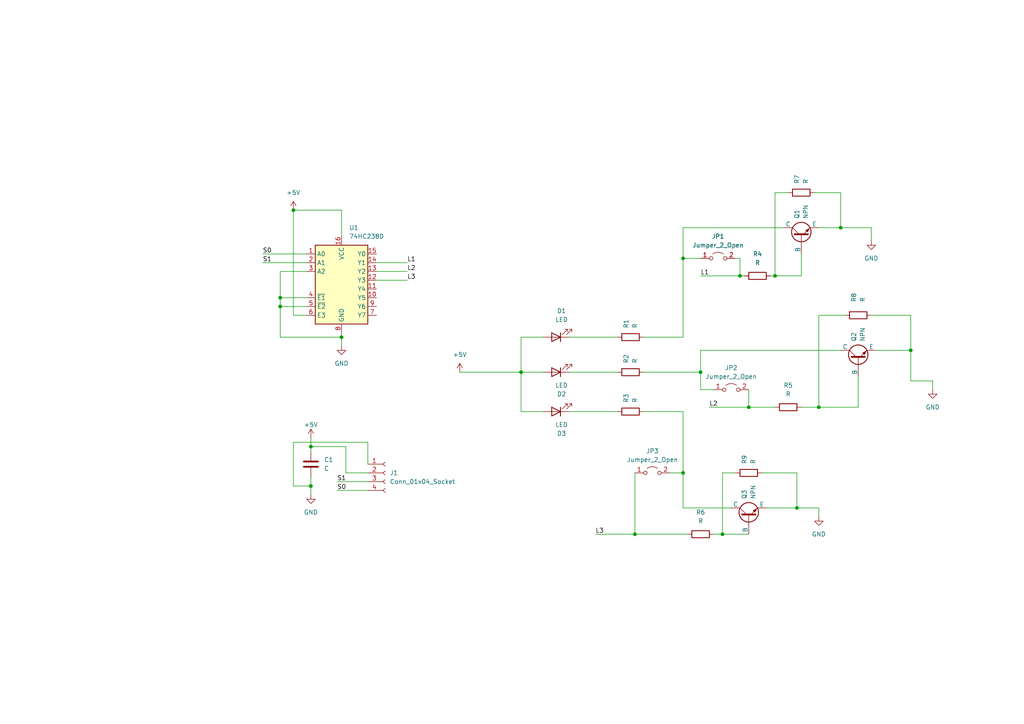
<source format=kicad_sch>
(kicad_sch (version 20230121) (generator eeschema)
  (paper "A4")
  (lib_symbols
    (symbol "74xx:74HC238"
      (property "Reference" "U" (at -7.62 13.97 0))
      (property "Value" "74HC238" (at 2.54 -11.43 0))
      (symbol "74HC238_0_1"
        (rectangle (start -7.62 12.7) (end 7.62 -10.16) (stroke (width 0.254)) (fill (type background)))
      )
      (symbol "74HC238_1_1"
        (pin input line (at -10.16 10.16 0) (length 2.54) (name "A0") (number "1"))
        (pin output line (at 10.16 -2.54 180) (length 2.54) (name "Y5") (number "10"))
        (pin output line (at 10.16 0 180) (length 2.54) (name "Y4") (number "11"))
        (pin output line (at 10.16 2.54 180) (length 2.54) (name "Y3") (number "12"))
        (pin output line (at 10.16 5.08 180) (length 2.54) (name "Y2") (number "13"))
        (pin output line (at 10.16 7.62 180) (length 2.54) (name "Y1") (number "14"))
        (pin output line (at 10.16 10.16 180) (length 2.54) (name "Y0") (number "15"))
        (pin power_in line (at 0 15.24 270) (length 2.54) (name "VCC") (number "16"))
        (pin input line (at -10.16 7.62 0) (length 2.54) (name "A1") (number "2"))
        (pin input line (at -10.16 5.08 0) (length 2.54) (name "A2") (number "3"))
        (pin input line (at -10.16 -2.54 0) (length 2.54) (name "~{E1}") (number "4"))
        (pin input line (at -10.16 -5.08 0) (length 2.54) (name "~{E2}") (number "5"))
        (pin input line (at -10.16 -7.62 0) (length 2.54) (name "E3") (number "6"))
        (pin output line (at 10.16 -7.62 180) (length 2.54) (name "Y7") (number "7"))
        (pin power_in line (at 0 -12.7 90) (length 2.54) (name "GND") (number "8"))
        (pin output line (at 10.16 -5.08 180) (length 2.54) (name "Y6") (number "9"))
      )
    )
    (symbol "Connector:Conn_01x04_Socket" (pin_names (offset 1.016) hide)
      (property "Reference" "J" (at 0 5.08 0))
      (property "Value" "Conn_01x04_Socket" (at 0 -7.62 0))
      (symbol "Conn_01x04_Socket_1_1"
        (arc (start 0 -4.572) (mid -0.5058 -5.08) (end 0 -5.588) (stroke (width 0.1524)))
        (arc (start 0 -2.032) (mid -0.5058 -2.54) (end 0 -3.048) (stroke (width 0.1524)))
        (polyline (pts (xy -1.27 -5.08) (xy -0.508 -5.08)) (stroke (width 0.1524)))
        (polyline (pts (xy -1.27 -2.54) (xy -0.508 -2.54)) (stroke (width 0.1524)))
        (polyline (pts (xy -1.27 0) (xy -0.508 0)) (stroke (width 0.1524)))
        (polyline (pts (xy -1.27 2.54) (xy -0.508 2.54)) (stroke (width 0.1524)))
        (arc (start 0 0.508) (mid -0.5058 0) (end 0 -0.508) (stroke (width 0.1524)))
        (arc (start 0 3.048) (mid -0.5058 2.54) (end 0 2.032) (stroke (width 0.1524)))
        (pin passive line (at -5.08 2.54 0) (length 3.81) (name "Pin_1") (number "1"))
        (pin passive line (at -5.08 0 0) (length 3.81) (name "Pin_2") (number "2"))
        (pin passive line (at -5.08 -2.54 0) (length 3.81) (name "Pin_3") (number "3"))
        (pin passive line (at -5.08 -5.08 0) (length 3.81) (name "Pin_4") (number "4"))
      )
    )
    (symbol "Device:C" (pin_numbers hide) (pin_names (offset 0.254))
      (property "Reference" "C" (at 0.635 2.54 0))
      (property "Value" "C" (at 0.635 -2.54 0))
      (symbol "C_0_1"
        (polyline (pts (xy -2.032 -0.762) (xy 2.032 -0.762)) (stroke (width 0.508)))
        (polyline (pts (xy -2.032 0.762) (xy 2.032 0.762)) (stroke (width 0.508)))
      )
      (symbol "C_1_1"
        (pin passive line (at 0 3.81 270) (length 2.794) (name "~") (number "1"))
        (pin passive line (at 0 -3.81 90) (length 2.794) (name "~") (number "2"))
      )
    )
    (symbol "Device:LED" (pin_numbers hide) (pin_names (offset 1.016) hide)
      (property "Reference" "D" (at 0 2.54 0))
      (property "Value" "LED" (at 0 -2.54 0))
      (symbol "LED_0_1"
        (polyline (pts (xy -1.27 -1.27) (xy -1.27 1.27)) (stroke (width 0.254)))
        (polyline (pts (xy -1.27 0) (xy 1.27 0)))
        (polyline (pts (xy 1.27 -1.27) (xy 1.27 1.27) (xy -1.27 0) (xy 1.27 -1.27)) (stroke (width 0.254)))
        (polyline (pts (xy -3.048 -0.762) (xy -4.572 -2.286) (xy -3.81 -2.286) (xy -4.572 -2.286) (xy -4.572 -1.524)))
        (polyline (pts (xy -1.778 -0.762) (xy -3.302 -2.286) (xy -2.54 -2.286) (xy -3.302 -2.286) (xy -3.302 -1.524)))
      )
      (symbol "LED_1_1"
        (pin passive line (at -3.81 0 0) (length 2.54) (name "K") (number "1"))
        (pin passive line (at 3.81 0 180) (length 2.54) (name "A") (number "2"))
      )
    )
    (symbol "Device:R" (pin_numbers hide) (pin_names (offset 0))
      (property "Reference" "R" (at 2.032 0 90))
      (property "Value" "R" (at 0 0 90))
      (symbol "R_0_1"
        (rectangle (start -1.016 -2.54) (end 1.016 2.54) (stroke (width 0.254)))
      )
      (symbol "R_1_1"
        (pin passive line (at 0 3.81 270) (length 1.27) (name "~") (number "1"))
        (pin passive line (at 0 -3.81 90) (length 1.27) (name "~") (number "2"))
      )
    )
    (symbol "Jumper:Jumper_2_Open" (pin_names (offset 0) hide)
      (property "Reference" "JP" (at 0 2.794 0))
      (property "Value" "Jumper_2_Open" (at 0 -2.286 0))
      (symbol "Jumper_2_Open_0_0"
        (circle (center -2.032 0) (radius 0.508))
        (circle (center 2.032 0) (radius 0.508))
      )
      (symbol "Jumper_2_Open_0_1"
        (arc (start 1.524 1.27) (mid 0 1.778) (end -1.524 1.27))
      )
      (symbol "Jumper_2_Open_1_1"
        (pin passive line (at -5.08 0 0) (length 2.54) (name "A") (number "1"))
        (pin passive line (at 5.08 0 180) (length 2.54) (name "B") (number "2"))
      )
    )
    (symbol "Simulation_SPICE:NPN" (pin_numbers hide) (pin_names (offset 0))
      (property "Reference" "Q" (at -2.54 7.62 0))
      (property "Value" "NPN" (at -2.54 5.08 0))
      (symbol "NPN_0_1"
        (polyline (pts (xy -2.54 0) (xy 0.635 0)) (stroke (width 0.1524)))
        (polyline (pts (xy 0.635 0.635) (xy 2.54 2.54)))
        (polyline (pts (xy 2.794 -1.27) (xy 2.794 -1.27)) (stroke (width 0.1524)))
        (polyline (pts (xy 2.794 -1.27) (xy 2.794 -1.27)) (stroke (width 0.1524)))
        (polyline (pts (xy 0.635 -0.635) (xy 2.54 -2.54) (xy 2.54 -2.54)))
        (polyline (pts (xy 0.635 1.905) (xy 0.635 -1.905) (xy 0.635 -1.905)) (stroke (width 0.508)))
        (polyline (pts (xy 1.27 -1.778) (xy 1.778 -1.27) (xy 2.286 -2.286) (xy 1.27 -1.778) (xy 1.27 -1.778)) (fill (type outline)))
        (circle (center 1.27 0) (radius 2.8194) (stroke (width 0.254)))
      )
      (symbol "NPN_1_1"
        (pin open_collector line (at 2.54 5.08 270) (length 2.54) (name "C") (number "1"))
        (pin input line (at -5.08 0 0) (length 2.54) (name "B") (number "2"))
        (pin open_emitter line (at 2.54 -5.08 90) (length 2.54) (name "E") (number "3"))
      )
    )
    (symbol "power:+5V" (power) (pin_names (offset 0))
      (property "Value" "+5V" (at 0 3.556 0))
      (symbol "+5V_0_1"
        (polyline (pts (xy -0.762 1.27) (xy 0 2.54)))
        (polyline (pts (xy 0 0) (xy 0 2.54)))
        (polyline (pts (xy 0 2.54) (xy 0.762 1.27)))
      )
      (symbol "+5V_1_1"
        (pin power_in line (at 0 0 90) (length 0) hide (name "+5V") (number "1"))
      )
    )
    (symbol "power:GND" (power) (pin_names (offset 0))
      (property "Value" "GND" (at 0 -3.81 0))
      (symbol "GND_0_1"
        (polyline (pts (xy 0 0) (xy 0 -1.27) (xy 1.27 -1.27) (xy 0 -2.54) (xy -1.27 -1.27) (xy 0 -1.27)))
      )
      (symbol "GND_1_1"
        (pin power_in line (at 0 0 270) (length 0) hide (name "GND") (number "1"))
      )
    )
  )
  (junction (at 224.79 80.01))
  (junction (at 81.28 86.36))
  (junction (at 209.55 154.94))
  (junction (at 90.17 129.54))
  (junction (at 151.13 107.95))
  (junction (at 198.12 74.93))
  (junction (at 264.16 101.6))
  (junction (at 85.09 60.96))
  (junction (at 198.12 137.16))
  (junction (at 90.17 140.97))
  (junction (at 99.06 97.79))
  (junction (at 237.49 118.11))
  (junction (at 243.84 66.04))
  (junction (at 217.17 118.11))
  (junction (at 81.28 88.9))
  (junction (at 203.2 107.95))
  (junction (at 231.14 147.32))
  (junction (at 214.63 80.01))
  (junction (at 184.15 154.94))
  (wire (pts (xy 99.06 68.58) (xy 99.06 60.96)))
  (wire (pts (xy 81.28 97.79) (xy 99.06 97.79)))
  (wire (pts (xy 237.49 91.44) (xy 237.49 118.11)))
  (wire (pts (xy 81.28 88.9) (xy 88.9 88.9)))
  (wire (pts (xy 186.69 119.38) (xy 198.12 119.38)))
  (wire (pts (xy 172.72 154.94) (xy 184.15 154.94)))
  (wire (pts (xy 90.17 140.97) (xy 90.17 143.51)))
  (wire (pts (xy 228.6 55.88) (xy 224.79 55.88)))
  (wire (pts (xy 88.9 91.44) (xy 85.09 91.44)))
  (wire (pts (xy 106.68 134.62) (xy 106.68 128.27)))
  (wire (pts (xy 245.11 91.44) (xy 237.49 91.44)))
  (wire (pts (xy 151.13 97.79) (xy 151.13 107.95)))
  (wire (pts (xy 100.33 129.54) (xy 90.17 129.54)))
  (wire (pts (xy 203.2 101.6) (xy 243.84 101.6)))
  (wire (pts (xy 97.79 142.24) (xy 106.68 142.24)))
  (wire (pts (xy 157.48 97.79) (xy 151.13 97.79)))
  (wire (pts (xy 217.17 113.03) (xy 217.17 118.11)))
  (wire (pts (xy 203.2 80.01) (xy 214.63 80.01)))
  (wire (pts (xy 217.17 118.11) (xy 224.79 118.11)))
  (wire (pts (xy 100.33 137.16) (xy 100.33 129.54)))
  (wire (pts (xy 165.1 107.95) (xy 179.07 107.95)))
  (wire (pts (xy 198.12 119.38) (xy 198.12 137.16)))
  (wire (pts (xy 207.01 113.03) (xy 203.2 113.03)))
  (wire (pts (xy 157.48 119.38) (xy 151.13 119.38)))
  (wire (pts (xy 209.55 137.16) (xy 209.55 154.94)))
  (wire (pts (xy 88.9 86.36) (xy 81.28 86.36)))
  (wire (pts (xy 90.17 127) (xy 90.17 129.54)))
  (wire (pts (xy 151.13 119.38) (xy 151.13 107.95)))
  (wire (pts (xy 106.68 128.27) (xy 85.09 128.27)))
  (wire (pts (xy 165.1 119.38) (xy 179.07 119.38)))
  (wire (pts (xy 85.09 140.97) (xy 90.17 140.97)))
  (wire (pts (xy 109.22 81.28) (xy 118.11 81.28)))
  (wire (pts (xy 109.22 78.74) (xy 118.11 78.74)))
  (wire (pts (xy 232.41 80.01) (xy 224.79 80.01)))
  (wire (pts (xy 213.36 137.16) (xy 209.55 137.16)))
  (wire (pts (xy 81.28 88.9) (xy 81.28 97.79)))
  (wire (pts (xy 224.79 80.01) (xy 223.52 80.01)))
  (wire (pts (xy 237.49 66.04) (xy 243.84 66.04)))
  (wire (pts (xy 184.15 154.94) (xy 199.39 154.94)))
  (wire (pts (xy 99.06 60.96) (xy 85.09 60.96)))
  (wire (pts (xy 207.01 154.94) (xy 209.55 154.94)))
  (wire (pts (xy 222.25 147.32) (xy 231.14 147.32)))
  (wire (pts (xy 214.63 80.01) (xy 215.9 80.01)))
  (wire (pts (xy 237.49 118.11) (xy 232.41 118.11)))
  (wire (pts (xy 198.12 74.93) (xy 198.12 97.79)))
  (wire (pts (xy 252.73 66.04) (xy 252.73 69.85)))
  (wire (pts (xy 88.9 78.74) (xy 81.28 78.74)))
  (wire (pts (xy 252.73 91.44) (xy 264.16 91.44)))
  (wire (pts (xy 99.06 96.52) (xy 99.06 97.79)))
  (wire (pts (xy 264.16 91.44) (xy 264.16 101.6)))
  (wire (pts (xy 198.12 66.04) (xy 227.33 66.04)))
  (wire (pts (xy 243.84 66.04) (xy 252.73 66.04)))
  (wire (pts (xy 198.12 137.16) (xy 198.12 147.32)))
  (wire (pts (xy 214.63 74.93) (xy 214.63 80.01)))
  (wire (pts (xy 248.92 109.22) (xy 248.92 118.11)))
  (wire (pts (xy 205.74 118.11) (xy 217.17 118.11)))
  (wire (pts (xy 151.13 107.95) (xy 157.48 107.95)))
  (wire (pts (xy 99.06 97.79) (xy 99.06 100.33)))
  (wire (pts (xy 184.15 137.16) (xy 184.15 154.94)))
  (wire (pts (xy 165.1 97.79) (xy 179.07 97.79)))
  (wire (pts (xy 231.14 147.32) (xy 237.49 147.32)))
  (wire (pts (xy 106.68 137.16) (xy 100.33 137.16)))
  (wire (pts (xy 236.22 55.88) (xy 243.84 55.88)))
  (wire (pts (xy 109.22 76.2) (xy 118.11 76.2)))
  (wire (pts (xy 232.41 80.01) (xy 232.41 73.66)))
  (wire (pts (xy 264.16 110.49) (xy 270.51 110.49)))
  (wire (pts (xy 203.2 113.03) (xy 203.2 107.95)))
  (wire (pts (xy 203.2 101.6) (xy 203.2 107.95)))
  (wire (pts (xy 194.31 137.16) (xy 198.12 137.16)))
  (wire (pts (xy 243.84 55.88) (xy 243.84 66.04)))
  (wire (pts (xy 76.2 76.2) (xy 88.9 76.2)))
  (wire (pts (xy 270.51 110.49) (xy 270.51 113.03)))
  (wire (pts (xy 133.35 107.95) (xy 151.13 107.95)))
  (wire (pts (xy 90.17 129.54) (xy 90.17 130.81)))
  (wire (pts (xy 81.28 86.36) (xy 81.28 88.9)))
  (wire (pts (xy 254 101.6) (xy 264.16 101.6)))
  (wire (pts (xy 248.92 118.11) (xy 237.49 118.11)))
  (wire (pts (xy 81.28 78.74) (xy 81.28 86.36)))
  (wire (pts (xy 231.14 137.16) (xy 231.14 147.32)))
  (wire (pts (xy 198.12 74.93) (xy 203.2 74.93)))
  (wire (pts (xy 85.09 128.27) (xy 85.09 140.97)))
  (wire (pts (xy 198.12 147.32) (xy 212.09 147.32)))
  (wire (pts (xy 198.12 97.79) (xy 186.69 97.79)))
  (wire (pts (xy 209.55 154.94) (xy 217.17 154.94)))
  (wire (pts (xy 220.98 137.16) (xy 231.14 137.16)))
  (wire (pts (xy 186.69 107.95) (xy 203.2 107.95)))
  (wire (pts (xy 237.49 147.32) (xy 237.49 149.86)))
  (wire (pts (xy 213.36 74.93) (xy 214.63 74.93)))
  (wire (pts (xy 198.12 66.04) (xy 198.12 74.93)))
  (wire (pts (xy 97.79 139.7) (xy 106.68 139.7)))
  (wire (pts (xy 85.09 91.44) (xy 85.09 60.96)))
  (wire (pts (xy 264.16 101.6) (xy 264.16 110.49)))
  (wire (pts (xy 76.2 73.66) (xy 88.9 73.66)))
  (wire (pts (xy 224.79 55.88) (xy 224.79 80.01)))
  (wire (pts (xy 90.17 138.43) (xy 90.17 140.97)))
  (label "S0" (at 76.2 73.66 0))
  (label "S0" (at 97.79 142.24 0))
  (label "S1" (at 97.79 139.7 0))
  (label "L1" (at 203.2 80.01 0))
  (label "L2" (at 118.11 78.74 0))
  (label "L2" (at 205.74 118.11 0))
  (label "L1" (at 118.11 76.2 0))
  (label "L3" (at 118.11 81.28 0))
  (label "S1" (at 76.2 76.2 0))
  (label "L3" (at 172.72 154.94 0))
  (symbol (lib_id "Device:C") (at 90.17 134.62 0) (unit 1)
    (property "Reference" "C1" (at 93.98 133.35 0) (effects (justify left)))
    (property "Value" "C" (at 93.98 135.89 0) (effects (justify left)))
    (property "Footprint" "Capacitor_SMD:C_0805_2012Metric" (effects hide))
  )
  (symbol (lib_id "power:GND") (at 99.06 100.33 0) (unit 1)
    (property "Reference" "#PWR04" (effects hide))
    (property "Value" "GND" (at 99.06 105.41 0))
  )
  (symbol (lib_id "Simulation_SPICE:NPN") (at 248.92 104.14 90) (unit 1)
    (property "Reference" "Q2" (at 247.65 99.06 0) (effects (justify left)))
    (property "Value" "NPN" (at 250.19 99.06 0) (effects (justify left)))
    (property "Footprint" "Package_TO_SOT_SMD:SOT-23-3" (effects hide))
    (property "Sim.Device" "NPN" (effects hide))
    (property "Sim.Type" "GUMMELPOON" (effects hide))
    (property "Sim.Pins" "1=C 2=B 3=E" (effects hide))
  )
  (symbol (lib_id "Device:R") (at 219.71 80.01 90) (unit 1)
    (property "Reference" "R4" (at 219.71 73.66 90))
    (property "Value" "R" (at 219.71 76.2 90))
    (property "Footprint" "Resistor_SMD:R_0603_1608Metric" (effects hide))
  )
  (symbol (lib_id "Device:LED") (at 161.29 107.95 180) (unit 1)
    (property "Reference" "D2" (at 162.8775 114.3 0))
    (property "Value" "LED" (at 162.8775 111.76 0))
    (property "Footprint" "LED_THT:LED_D10.0mm" (effects hide))
  )
  (symbol (lib_id "Simulation_SPICE:NPN") (at 232.41 68.58 90) (unit 1)
    (property "Reference" "Q1" (at 231.14 63.5 0) (effects (justify left)))
    (property "Value" "NPN" (at 233.68 63.5 0) (effects (justify left)))
    (property "Footprint" "Package_TO_SOT_SMD:SOT-23-3" (effects hide))
    (property "Sim.Device" "NPN" (effects hide))
    (property "Sim.Type" "GUMMELPOON" (effects hide))
    (property "Sim.Pins" "1=C 2=B 3=E" (effects hide))
  )
  (symbol (lib_id "power:GND") (at 270.51 113.03 0) (unit 1)
    (property "Reference" "#PWR07" (effects hide))
    (property "Value" "GND" (at 270.51 118.11 0))
  )
  (symbol (lib_id "Device:R") (at 182.88 119.38 90) (unit 1)
    (property "Reference" "R3" (at 181.61 116.84 0) (effects (justify left)))
    (property "Value" "R" (at 184.15 116.84 0) (effects (justify left)))
    (property "Footprint" "Resistor_SMD:R_0603_1608Metric" (effects hide))
  )
  (symbol (lib_id "74xx:74HC238") (at 99.06 83.82 0) (unit 1)
    (property "Reference" "U1" (at 101.2541 66.04 0) (effects (justify left)))
    (property "Value" "74HC238D" (at 101.2541 68.58 0) (effects (justify left)))
    (property "Footprint" "Package_SO:SOP-16_3.9x9.9mm_P1.27mm" (effects hide))
    (property "Datasheet" "https://www.ti.com/lit/ds/symlink/cd74hc238.pdf" (effects hide))
  )
  (symbol (lib_id "Simulation_SPICE:NPN") (at 217.17 149.86 90) (unit 1)
    (property "Reference" "Q3" (at 215.9 144.78 0) (effects (justify left)))
    (property "Value" "NPN" (at 218.44 144.78 0) (effects (justify left)))
    (property "Footprint" "Package_TO_SOT_SMD:SOT-23-3" (effects hide))
    (property "Sim.Device" "NPN" (effects hide))
    (property "Sim.Type" "GUMMELPOON" (effects hide))
    (property "Sim.Pins" "1=C 2=B 3=E" (effects hide))
  )
  (symbol (lib_id "Connector:Conn_01x04_Socket") (at 111.76 137.16 0) (unit 1)
    (property "Reference" "J1" (at 113.03 137.16 0) (effects (justify left)))
    (property "Value" "Conn_01x04_Socket" (at 113.03 139.7 0) (effects (justify left)))
    (property "Footprint" "Library_Custom:SEEEDSTUDIO_114020164" (effects hide))
  )
  (symbol (lib_id "power:+5V") (at 85.09 60.96 0) (unit 1)
    (property "Reference" "#PWR05" (effects hide))
    (property "Value" "+5V" (at 85.09 55.88 0))
  )
  (symbol (lib_id "Jumper:Jumper_2_Open") (at 212.09 113.03 0) (unit 1)
    (property "Reference" "JP2" (at 212.09 106.68 0))
    (property "Value" "Jumper_2_Open" (at 212.09 109.22 0))
    (property "Footprint" "SofleRGB:Jumper" (effects hide))
  )
  (symbol (lib_id "Device:R") (at 217.17 137.16 90) (unit 1)
    (property "Reference" "R9" (at 215.9 134.62 0) (effects (justify left)))
    (property "Value" "R" (at 218.44 134.62 0) (effects (justify left)))
    (property "Footprint" "Resistor_SMD:R_0603_1608Metric" (effects hide))
  )
  (symbol (lib_id "power:GND") (at 252.73 69.85 0) (unit 1)
    (property "Reference" "#PWR06" (effects hide))
    (property "Value" "GND" (at 252.73 74.93 0))
  )
  (symbol (lib_id "Device:LED") (at 161.29 97.79 180) (unit 1)
    (property "Reference" "D1" (at 162.8775 90.17 0))
    (property "Value" "LED" (at 162.8775 92.71 0))
    (property "Footprint" "LED_THT:LED_D10.0mm" (effects hide))
  )
  (symbol (lib_id "power:GND") (at 237.49 149.86 0) (unit 1)
    (property "Reference" "#PWR08" (effects hide))
    (property "Value" "GND" (at 237.49 154.94 0))
  )
  (symbol (lib_id "Device:R") (at 182.88 107.95 90) (unit 1)
    (property "Reference" "R2" (at 181.61 105.41 0) (effects (justify left)))
    (property "Value" "R" (at 184.15 105.41 0) (effects (justify left)))
    (property "Footprint" "Resistor_SMD:R_0603_1608Metric" (effects hide))
  )
  (symbol (lib_id "power:+5V") (at 133.35 107.95 0) (unit 1)
    (property "Reference" "#PWR03" (effects hide))
    (property "Value" "+5V" (at 133.35 102.87 0))
  )
  (symbol (lib_id "Device:R") (at 203.2 154.94 90) (unit 1)
    (property "Reference" "R6" (at 203.2 148.59 90))
    (property "Value" "R" (at 203.2 151.13 90))
    (property "Footprint" "Resistor_SMD:R_0603_1608Metric" (effects hide))
  )
  (symbol (lib_id "Jumper:Jumper_2_Open") (at 189.23 137.16 0) (unit 1)
    (property "Reference" "JP3" (at 189.23 130.81 0))
    (property "Value" "Jumper_2_Open" (at 189.23 133.35 0))
    (property "Footprint" "SofleRGB:Jumper" (effects hide))
  )
  (symbol (lib_id "Device:R") (at 232.41 55.88 90) (unit 1)
    (property "Reference" "R7" (at 231.14 53.34 0) (effects (justify left)))
    (property "Value" "R" (at 233.68 53.34 0) (effects (justify left)))
    (property "Footprint" "Resistor_SMD:R_0603_1608Metric" (effects hide))
  )
  (symbol (lib_id "Device:R") (at 248.92 91.44 90) (unit 1)
    (property "Reference" "R8" (at 247.65 87.63 0) (effects (justify left)))
    (property "Value" "R" (at 250.19 87.63 0) (effects (justify left)))
    (property "Footprint" "Resistor_SMD:R_0603_1608Metric" (effects hide))
  )
  (symbol (lib_id "power:GND") (at 90.17 143.51 0) (unit 1)
    (property "Reference" "#PWR02" (effects hide))
    (property "Value" "GND" (at 90.17 148.59 0))
  )
  (symbol (lib_id "Device:R") (at 228.6 118.11 90) (unit 1)
    (property "Reference" "R5" (at 228.6 111.76 90))
    (property "Value" "R" (at 228.6 114.3 90))
    (property "Footprint" "Resistor_SMD:R_0603_1608Metric" (effects hide))
  )
  (symbol (lib_id "Device:LED") (at 161.29 119.38 180) (unit 1)
    (property "Reference" "D3" (at 162.8775 125.73 0))
    (property "Value" "LED" (at 162.8775 123.19 0))
    (property "Footprint" "LED_THT:LED_D10.0mm" (effects hide))
  )
  (symbol (lib_id "Jumper:Jumper_2_Open") (at 208.28 74.93 0) (unit 1)
    (property "Reference" "JP1" (at 208.28 68.58 0))
    (property "Value" "Jumper_2_Open" (at 208.28 71.12 0))
    (property "Footprint" "SofleRGB:Jumper" (effects hide))
  )
  (symbol (lib_id "power:+5V") (at 90.17 127 0) (unit 1)
    (property "Reference" "#PWR01" (effects hide))
    (property "Value" "+5V" (at 90.17 123.19 0))
  )
  (symbol (lib_id "Device:R") (at 182.88 97.79 90) (unit 1)
    (property "Reference" "R1" (at 181.61 95.25 0) (effects (justify left)))
    (property "Value" "R" (at 184.15 95.25 0) (effects (justify left)))
    (property "Footprint" "Resistor_SMD:R_0603_1608Metric" (effects hide))
  )
)
</source>
